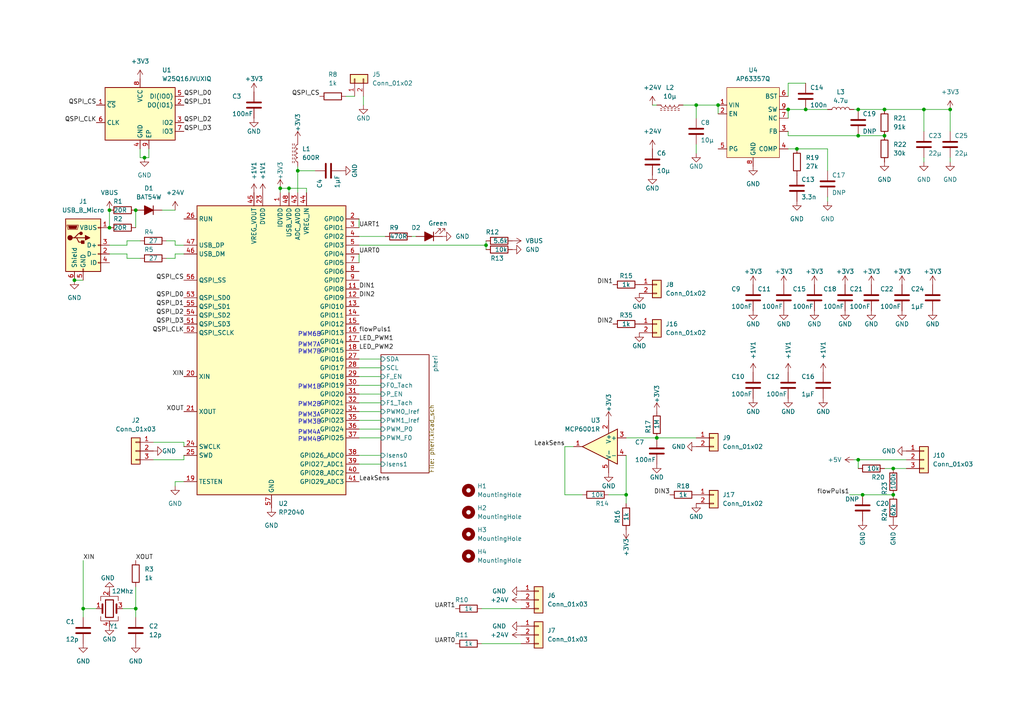
<source format=kicad_sch>
(kicad_sch (version 20211123) (generator eeschema)
  (paper "A4")
  (lib_symbols
    (symbol "Amplifier_Operational:MCP6001R" (pin_names (offset 0.127))
      (property "Reference" "U" (at 0 5.08 0))
      (property "Value" "MCP6001R" (at 0 -5.08 0))
      (symbol "MCP6001R_0_1"
        (pin power_in line (at -2.54 7.62 270) (length 3.81) (name "V+") (number "2"))
        (pin power_in line (at -2.54 -7.62 90) (length 3.81) (name "V-") (number "5"))
      )
      (symbol "MCP6001R_1_1"
        (pin output line (at 7.62 0 180) (length 2.54) (name "~") (number "1"))
        (pin input line (at -7.62 2.54 0) (length 2.54) (name "+") (number "3"))
        (pin input line (at -7.62 -2.54 0) (length 2.54) (name "-") (number "4"))
      )
    )
    (symbol "Bergi:AP63357Q"
      (property "Reference" "U" (at -6.35 11.43 0))
      (property "Value" "AP63357Q" (at -2.54 8.89 0))
      (symbol "AP63357Q_1_1"
        (pin unspecified line (at -10.16 2.54 0) (length 2.54) (name "VIN") (number "1"))
        (pin unspecified line (at -10.16 0 0) (length 2.54) (name "EN") (number "2"))
        (pin unspecified line (at 10.16 -5.08 180) (length 2.54) (name "FB") (number "3"))
        (pin unspecified line (at 10.16 -10.16 180) (length 2.54) (name "COMP") (number "4"))
        (pin unspecified line (at -10.16 -10.16 0) (length 2.54) (name "PG") (number "5"))
        (pin unspecified line (at 10.16 5.08 180) (length 2.54) (name "BST") (number "6"))
        (pin unspecified line (at 10.16 -1.27 180) (length 2.54) (name "NC") (number "7"))
        (pin unspecified line (at 0 -15.24 90) (length 2.54) (name "GND") (number "8"))
        (pin unspecified line (at 10.16 1.27 180) (length 2.54) (name "SW") (number "9"))
      )
    )
    (symbol "Bergi:W25Q16JVUXIQ"
      (property "Reference" "U" (at -8.89 8.89 0))
      (property "Value" "W25Q16JVUXIQ" (at 7.62 8.89 0))
      (symbol "W25Q16JVUXIQ_1_1"
        (pin input line (at -12.7 2.54 0) (length 2.54) (name "~{CS}") (number "1"))
        (pin bidirectional line (at 12.7 2.54 180) (length 2.54) (name "DO(IO1)") (number "2"))
        (pin bidirectional line (at 12.7 -2.54 180) (length 2.54) (name "IO2") (number "3"))
        (pin power_in line (at 0 -10.16 90) (length 2.54) (name "GND") (number "4"))
        (pin bidirectional line (at 12.7 5.08 180) (length 2.54) (name "DI(IO0)") (number "5"))
        (pin input line (at -12.7 -2.54 0) (length 2.54) (name "CLK") (number "6"))
        (pin bidirectional line (at 12.7 -5.08 180) (length 2.54) (name "IO3") (number "7"))
        (pin power_in line (at 0 10.16 270) (length 2.54) (name "VCC") (number "8"))
        (pin passive line (at 2.54 -10.16 90) (length 2.54) (name "EP") (number "9"))
      )
    )
    (symbol "Connector:USB_B_Micro" (pin_names (offset 1.016))
      (property "Reference" "J" (at -5.08 11.43 0))
      (property "Value" "USB_B_Micro" (at -5.08 8.89 0))
      (symbol "USB_B_Micro_1_1"
        (pin power_out line (at 7.62 5.08 180) (length 2.54) (name "VBUS") (number "1"))
        (pin bidirectional line (at 7.62 -2.54 180) (length 2.54) (name "D-") (number "2"))
        (pin bidirectional line (at 7.62 0 180) (length 2.54) (name "D+") (number "3"))
        (pin passive line (at 7.62 -5.08 180) (length 2.54) (name "ID") (number "4"))
        (pin power_out line (at 0 -10.16 90) (length 2.54) (name "GND") (number "5"))
        (pin passive line (at -2.54 -10.16 90) (length 2.54) (name "Shield") (number "6"))
      )
    )
    (symbol "Connector_Generic:Conn_01x02" (pin_names (offset 1.016) hide)
      (property "Reference" "J" (at 0 2.54 0))
      (property "Value" "Conn_01x02" (at 0 -5.08 0))
      (symbol "Conn_01x02_1_1"
        (pin passive line (at -5.08 0 0) (length 3.81) (name "Pin_1") (number "1"))
        (pin passive line (at -5.08 -2.54 0) (length 3.81) (name "Pin_2") (number "2"))
      )
    )
    (symbol "Connector_Generic:Conn_01x03" (pin_names (offset 1.016) hide)
      (property "Reference" "J" (at 0 5.08 0))
      (property "Value" "Conn_01x03" (at 0 -5.08 0))
      (symbol "Conn_01x03_1_1"
        (pin passive line (at -5.08 2.54 0) (length 3.81) (name "Pin_1") (number "1"))
        (pin passive line (at -5.08 0 0) (length 3.81) (name "Pin_2") (number "2"))
        (pin passive line (at -5.08 -2.54 0) (length 3.81) (name "Pin_3") (number "3"))
      )
    )
    (symbol "Device:C" (pin_numbers hide) (pin_names (offset 0.254))
      (property "Reference" "C" (at 0.635 2.54 0))
      (property "Value" "C" (at 0.635 -2.54 0))
      (symbol "C_1_1"
        (pin passive line (at 0 3.81 270) (length 2.794) (name "~") (number "1"))
        (pin passive line (at 0 -3.81 90) (length 2.794) (name "~") (number "2"))
      )
    )
    (symbol "Device:Crystal_GND24" (pin_names (offset 1.016) hide)
      (property "Reference" "Y" (at 3.175 5.08 0))
      (property "Value" "Crystal_GND24" (at 3.175 3.175 0))
      (symbol "Crystal_GND24_1_1"
        (pin passive line (at -3.81 0 0) (length 1.27) (name "1") (number "1"))
        (pin passive line (at 0 5.08 270) (length 1.27) (name "2") (number "2"))
        (pin passive line (at 3.81 0 180) (length 1.27) (name "3") (number "3"))
        (pin passive line (at 0 -5.08 90) (length 1.27) (name "4") (number "4"))
      )
    )
    (symbol "Device:D_Filled" (pin_numbers hide) (pin_names (offset 1.016) hide)
      (property "Reference" "D" (at 0 2.54 0))
      (property "Value" "D_Filled" (at 0 -2.54 0))
      (symbol "D_Filled_1_1"
        (pin passive line (at -3.81 0 0) (length 2.54) (name "K") (number "1"))
        (pin passive line (at 3.81 0 180) (length 2.54) (name "A") (number "2"))
      )
    )
    (symbol "Device:L" (pin_numbers hide) (pin_names (offset 1.016) hide)
      (property "Reference" "L" (at -1.27 0 90))
      (property "Value" "L" (at 1.905 0 90))
      (symbol "L_1_1"
        (pin passive line (at 0 3.81 270) (length 1.27) (name "1") (number "1"))
        (pin passive line (at 0 -3.81 90) (length 1.27) (name "2") (number "2"))
      )
    )
    (symbol "Device:LED_Filled" (pin_numbers hide) (pin_names (offset 1.016) hide)
      (property "Reference" "D" (at 0 2.54 0))
      (property "Value" "LED_Filled" (at 0 -2.54 0))
      (symbol "LED_Filled_1_1"
        (pin passive line (at -3.81 0 0) (length 2.54) (name "K") (number "1"))
        (pin passive line (at 3.81 0 180) (length 2.54) (name "A") (number "2"))
      )
    )
    (symbol "Device:L_Ferrite" (pin_numbers hide) (pin_names (offset 1.016) hide)
      (property "Reference" "L" (at -1.27 0 90))
      (property "Value" "L_Ferrite" (at 2.794 0 90))
      (symbol "L_Ferrite_1_1"
        (pin passive line (at 0 3.81 270) (length 1.27) (name "1") (number "1"))
        (pin passive line (at 0 -3.81 90) (length 1.27) (name "2") (number "2"))
      )
    )
    (symbol "Device:R" (pin_numbers hide) (pin_names (offset 0))
      (property "Reference" "R" (at 2.032 0 90))
      (property "Value" "R" (at 0 0 90))
      (symbol "R_1_1"
        (pin passive line (at 0 3.81 270) (length 1.27) (name "~") (number "1"))
        (pin passive line (at 0 -3.81 90) (length 1.27) (name "~") (number "2"))
      )
    )
    (symbol "MCU_RaspberryPi:RP2040"
      (property "Reference" "U" (at 17.78 45.72 0))
      (property "Value" "RP2040" (at 17.78 43.18 0))
      (symbol "RP2040_1_1"
        (pin power_in line (at 2.54 45.72 270) (length 3.81) (name "IOVDD") (number "1"))
        (pin passive line (at 2.54 45.72 270) (length 3.81) hide (name "IOVDD") (number "10"))
        (pin bidirectional line (at 25.4 17.78 180) (length 3.81) (name "GPIO8") (number "11"))
        (pin bidirectional line (at 25.4 15.24 180) (length 3.81) (name "GPIO9") (number "12"))
        (pin bidirectional line (at 25.4 12.7 180) (length 3.81) (name "GPIO10") (number "13"))
        (pin bidirectional line (at 25.4 10.16 180) (length 3.81) (name "GPIO11") (number "14"))
        (pin bidirectional line (at 25.4 7.62 180) (length 3.81) (name "GPIO12") (number "15"))
        (pin bidirectional line (at 25.4 5.08 180) (length 3.81) (name "GPIO13") (number "16"))
        (pin bidirectional line (at 25.4 2.54 180) (length 3.81) (name "GPIO14") (number "17"))
        (pin bidirectional line (at 25.4 0 180) (length 3.81) (name "GPIO15") (number "18"))
        (pin input line (at -25.4 -38.1 0) (length 3.81) (name "TESTEN") (number "19"))
        (pin bidirectional line (at 25.4 38.1 180) (length 3.81) (name "GPIO0") (number "2"))
        (pin input line (at -25.4 -7.62 0) (length 3.81) (name "XIN") (number "20"))
        (pin passive line (at -25.4 -17.78 0) (length 3.81) (name "XOUT") (number "21"))
        (pin passive line (at 2.54 45.72 270) (length 3.81) hide (name "IOVDD") (number "22"))
        (pin power_in line (at -2.54 45.72 270) (length 3.81) (name "DVDD") (number "23"))
        (pin output line (at -25.4 -27.94 0) (length 3.81) (name "SWCLK") (number "24"))
        (pin bidirectional line (at -25.4 -30.48 0) (length 3.81) (name "SWD") (number "25"))
        (pin input line (at -25.4 38.1 0) (length 3.81) (name "RUN") (number "26"))
        (pin bidirectional line (at 25.4 -2.54 180) (length 3.81) (name "GPIO16") (number "27"))
        (pin bidirectional line (at 25.4 -5.08 180) (length 3.81) (name "GPIO17") (number "28"))
        (pin bidirectional line (at 25.4 -7.62 180) (length 3.81) (name "GPIO18") (number "29"))
        (pin bidirectional line (at 25.4 35.56 180) (length 3.81) (name "GPIO1") (number "3"))
        (pin bidirectional line (at 25.4 -10.16 180) (length 3.81) (name "GPIO19") (number "30"))
        (pin bidirectional line (at 25.4 -12.7 180) (length 3.81) (name "GPIO20") (number "31"))
        (pin bidirectional line (at 25.4 -15.24 180) (length 3.81) (name "GPIO21") (number "32"))
        (pin passive line (at 2.54 45.72 270) (length 3.81) hide (name "IOVDD") (number "33"))
        (pin bidirectional line (at 25.4 -17.78 180) (length 3.81) (name "GPIO22") (number "34"))
        (pin bidirectional line (at 25.4 -20.32 180) (length 3.81) (name "GPIO23") (number "35"))
        (pin bidirectional line (at 25.4 -22.86 180) (length 3.81) (name "GPIO24") (number "36"))
        (pin bidirectional line (at 25.4 -25.4 180) (length 3.81) (name "GPIO25") (number "37"))
        (pin bidirectional line (at 25.4 -30.48 180) (length 3.81) (name "GPIO26_ADC0") (number "38"))
        (pin bidirectional line (at 25.4 -33.02 180) (length 3.81) (name "GPIO27_ADC1") (number "39"))
        (pin bidirectional line (at 25.4 33.02 180) (length 3.81) (name "GPIO2") (number "4"))
        (pin bidirectional line (at 25.4 -35.56 180) (length 3.81) (name "GPIO28_ADC2") (number "40"))
        (pin bidirectional line (at 25.4 -38.1 180) (length 3.81) (name "GPIO29_ADC3") (number "41"))
        (pin passive line (at 2.54 45.72 270) (length 3.81) hide (name "IOVDD") (number "42"))
        (pin power_in line (at 7.62 45.72 270) (length 3.81) (name "ADC_AVDD") (number "43"))
        (pin power_in line (at 10.16 45.72 270) (length 3.81) (name "VREG_IN") (number "44"))
        (pin power_out line (at -5.08 45.72 270) (length 3.81) (name "VREG_VOUT") (number "45"))
        (pin bidirectional line (at -25.4 27.94 0) (length 3.81) (name "USB_DM") (number "46"))
        (pin bidirectional line (at -25.4 30.48 0) (length 3.81) (name "USB_DP") (number "47"))
        (pin power_in line (at 5.08 45.72 270) (length 3.81) (name "USB_VDD") (number "48"))
        (pin passive line (at 2.54 45.72 270) (length 3.81) hide (name "IOVDD") (number "49"))
        (pin bidirectional line (at 25.4 30.48 180) (length 3.81) (name "GPIO3") (number "5"))
        (pin passive line (at -2.54 45.72 270) (length 3.81) hide (name "DVDD") (number "50"))
        (pin bidirectional line (at -25.4 7.62 0) (length 3.81) (name "QSPI_SD3") (number "51"))
        (pin output line (at -25.4 5.08 0) (length 3.81) (name "QSPI_SCLK") (number "52"))
        (pin bidirectional line (at -25.4 15.24 0) (length 3.81) (name "QSPI_SD0") (number "53"))
        (pin bidirectional line (at -25.4 10.16 0) (length 3.81) (name "QSPI_SD2") (number "54"))
        (pin bidirectional line (at -25.4 12.7 0) (length 3.81) (name "QSPI_SD1") (number "55"))
        (pin bidirectional line (at -25.4 20.32 0) (length 3.81) (name "QSPI_SS") (number "56"))
        (pin power_in line (at 0 -45.72 90) (length 3.81) (name "GND") (number "57"))
        (pin bidirectional line (at 25.4 27.94 180) (length 3.81) (name "GPIO4") (number "6"))
        (pin bidirectional line (at 25.4 25.4 180) (length 3.81) (name "GPIO5") (number "7"))
        (pin bidirectional line (at 25.4 22.86 180) (length 3.81) (name "GPIO6") (number "8"))
        (pin bidirectional line (at 25.4 20.32 180) (length 3.81) (name "GPIO7") (number "9"))
      )
    )
    (symbol "Mechanical:MountingHole" (pin_names (offset 1.016))
      (property "Reference" "H" (at 0 5.08 0))
      (property "Value" "MountingHole" (at 0 3.175 0))
    )
    (symbol "power:+1V1" (power) (pin_names (offset 0))
      (property "Value" "+1V1" (at 0 3.556 0))
      (symbol "+1V1_1_1"
        (pin power_in line (at 0 0 90) (length 0) hide (name "+1V1") (number "1"))
      )
    )
    (symbol "power:+24V" (power) (pin_names (offset 0))
      (property "Value" "+24V" (at 0 3.556 0))
      (symbol "+24V_1_1"
        (pin power_in line (at 0 0 90) (length 0) hide (name "+24V") (number "1"))
      )
    )
    (symbol "power:+3V3" (power) (pin_names (offset 0))
      (property "Value" "+3V3" (at 0 3.556 0))
      (symbol "+3V3_1_1"
        (pin power_in line (at 0 0 90) (length 0) hide (name "+3V3") (number "1"))
      )
    )
    (symbol "power:+5V" (power) (pin_names (offset 0))
      (property "Value" "+5V" (at 0 3.556 0))
      (symbol "+5V_1_1"
        (pin power_in line (at 0 0 90) (length 0) hide (name "+5V") (number "1"))
      )
    )
    (symbol "power:GND" (power) (pin_names (offset 0))
      (property "Value" "GND" (at 0 -3.81 0))
      (symbol "GND_1_1"
        (pin power_in line (at 0 0 270) (length 0) hide (name "GND") (number "1"))
      )
    )
    (symbol "power:VBUS" (power) (pin_names (offset 0))
      (property "Value" "VBUS" (at 0 3.81 0))
      (symbol "VBUS_1_1"
        (pin power_in line (at 0 0 90) (length 0) hide (name "VBUS") (number "1"))
      )
    )
  )
  (junction (at 275.59 31.75))
  (junction (at 181.61 143.51))
  (junction (at 201.93 30.48))
  (junction (at 248.92 133.35))
  (junction (at 39.37 60.96))
  (junction (at 31.75 66.04))
  (junction (at 21.59 81.28))
  (junction (at 256.54 31.75))
  (junction (at 86.36 49.53))
  (junction (at 259.08 135.89))
  (junction (at 259.08 143.51))
  (junction (at 41.91 45.72))
  (junction (at 81.28 54.61))
  (junction (at 140.97 71.12))
  (junction (at 228.6 31.75))
  (junction (at 83.82 54.61))
  (junction (at 24.13 176.53))
  (junction (at 231.14 43.18))
  (junction (at 39.37 176.53))
  (junction (at 267.97 31.75))
  (junction (at 233.68 31.75))
  (junction (at 248.92 31.75))
  (junction (at 256.54 39.37))
  (junction (at 190.5 127))
  (junction (at 31.75 60.96))
  (junction (at 250.19 143.51))
  (junction (at 208.28 30.48))
  (junction (at 248.92 39.37))
  (wire (pts (xy 104.14 73.66) (xy 104.14 76.2)))
  (wire (pts (xy 81.28 54.61) (xy 83.82 54.61)))
  (wire (pts (xy 40.64 43.18) (xy 40.64 45.72)))
  (wire (pts (xy 275.59 46.99) (xy 275.59 45.72)))
  (wire (pts (xy 104.14 109.22) (xy 110.49 109.22)))
  (wire (pts (xy 83.82 54.61) (xy 88.9 54.61)))
  (wire (pts (xy 198.12 30.48) (xy 201.93 30.48)))
  (wire (pts (xy 248.92 31.75) (xy 256.54 31.75)))
  (wire (pts (xy 104.14 134.62) (xy 110.49 134.62)))
  (wire (pts (xy 24.13 162.56) (xy 24.13 176.53)))
  (wire (pts (xy 50.8 69.85) (xy 48.26 69.85)))
  (wire (pts (xy 104.14 71.12) (xy 140.97 71.12)))
  (wire (pts (xy 248.92 133.35) (xy 248.92 135.89)))
  (wire (pts (xy 44.45 133.35) (xy 53.34 133.35)))
  (wire (pts (xy 228.6 34.29) (xy 228.6 31.75)))
  (wire (pts (xy 119.38 68.58) (xy 120.65 68.58)))
  (wire (pts (xy 208.28 30.48) (xy 208.28 33.02)))
  (wire (pts (xy 259.08 135.89) (xy 262.89 135.89)))
  (wire (pts (xy 181.61 127) (xy 190.5 127)))
  (wire (pts (xy 50.8 73.66) (xy 53.34 73.66)))
  (wire (pts (xy 104.14 114.3) (xy 110.49 114.3)))
  (wire (pts (xy 163.83 129.54) (xy 166.37 129.54)))
  (wire (pts (xy 140.97 71.12) (xy 140.97 72.39)))
  (wire (pts (xy 53.34 71.12) (xy 50.8 71.12)))
  (wire (pts (xy 100.33 27.94) (xy 102.87 27.94)))
  (wire (pts (xy 104.14 104.14) (xy 110.49 104.14)))
  (wire (pts (xy 104.14 121.92) (xy 110.49 121.92)))
  (wire (pts (xy 104.14 63.5) (xy 104.14 66.04)))
  (wire (pts (xy 43.18 45.72) (xy 43.18 43.18)))
  (wire (pts (xy 246.38 143.51) (xy 250.19 143.51)))
  (wire (pts (xy 231.14 43.18) (xy 228.6 43.18)))
  (wire (pts (xy 50.8 71.12) (xy 50.8 69.85)))
  (wire (pts (xy 36.83 69.85) (xy 36.83 71.12)))
  (wire (pts (xy 104.14 68.58) (xy 111.76 68.58)))
  (wire (pts (xy 50.8 139.7) (xy 53.34 139.7)))
  (wire (pts (xy 181.61 143.51) (xy 181.61 146.05)))
  (wire (pts (xy 104.14 132.08) (xy 110.49 132.08)))
  (wire (pts (xy 105.41 27.94) (xy 105.41 30.48)))
  (wire (pts (xy 163.83 143.51) (xy 163.83 129.54)))
  (wire (pts (xy 176.53 143.51) (xy 181.61 143.51)))
  (wire (pts (xy 201.93 34.29) (xy 201.93 30.48)))
  (wire (pts (xy 267.97 46.99) (xy 267.97 45.72)))
  (wire (pts (xy 189.23 30.48) (xy 190.5 30.48)))
  (wire (pts (xy 201.93 30.48) (xy 208.28 30.48)))
  (wire (pts (xy 140.97 69.85) (xy 140.97 71.12)))
  (wire (pts (xy 168.91 143.51) (xy 163.83 143.51)))
  (wire (pts (xy 240.03 49.53) (xy 240.03 43.18)))
  (wire (pts (xy 228.6 27.94) (xy 228.6 24.13)))
  (wire (pts (xy 53.34 128.27) (xy 44.45 128.27)))
  (wire (pts (xy 104.14 124.46) (xy 110.49 124.46)))
  (wire (pts (xy 39.37 176.53) (xy 39.37 179.07)))
  (wire (pts (xy 233.68 31.75) (xy 240.03 31.75)))
  (wire (pts (xy 81.28 54.61) (xy 81.28 55.88)))
  (wire (pts (xy 31.75 73.66) (xy 36.83 73.66)))
  (wire (pts (xy 35.56 176.53) (xy 39.37 176.53)))
  (wire (pts (xy 83.82 54.61) (xy 83.82 55.88)))
  (wire (pts (xy 240.03 58.42) (xy 240.03 57.15)))
  (wire (pts (xy 21.59 81.28) (xy 24.13 81.28)))
  (wire (pts (xy 248.92 133.35) (xy 262.89 133.35)))
  (wire (pts (xy 275.59 38.1) (xy 275.59 31.75)))
  (wire (pts (xy 139.7 186.69) (xy 151.13 186.69)))
  (wire (pts (xy 31.75 66.04) (xy 31.75 60.96)))
  (wire (pts (xy 190.5 127) (xy 201.93 127)))
  (wire (pts (xy 24.13 176.53) (xy 27.94 176.53)))
  (wire (pts (xy 104.14 106.68) (xy 110.49 106.68)))
  (wire (pts (xy 88.9 54.61) (xy 88.9 55.88)))
  (wire (pts (xy 267.97 31.75) (xy 267.97 38.1)))
  (wire (pts (xy 228.6 39.37) (xy 248.92 39.37)))
  (wire (pts (xy 104.14 127) (xy 110.49 127)))
  (wire (pts (xy 40.64 45.72) (xy 41.91 45.72)))
  (wire (pts (xy 24.13 179.07) (xy 24.13 176.53)))
  (wire (pts (xy 248.92 39.37) (xy 256.54 39.37)))
  (wire (pts (xy 256.54 31.75) (xy 267.97 31.75)))
  (wire (pts (xy 247.65 31.75) (xy 248.92 31.75)))
  (wire (pts (xy 256.54 135.89) (xy 259.08 135.89)))
  (wire (pts (xy 104.14 119.38) (xy 110.49 119.38)))
  (wire (pts (xy 40.64 69.85) (xy 36.83 69.85)))
  (wire (pts (xy 53.34 133.35) (xy 53.34 132.08)))
  (wire (pts (xy 48.26 74.93) (xy 50.8 74.93)))
  (wire (pts (xy 247.65 133.35) (xy 248.92 133.35)))
  (wire (pts (xy 250.19 143.51) (xy 259.08 143.51)))
  (wire (pts (xy 86.36 49.53) (xy 86.36 55.88)))
  (wire (pts (xy 53.34 129.54) (xy 53.34 128.27)))
  (wire (pts (xy 201.93 44.45) (xy 201.93 41.91)))
  (wire (pts (xy 104.14 116.84) (xy 110.49 116.84)))
  (wire (pts (xy 39.37 170.18) (xy 39.37 176.53)))
  (wire (pts (xy 50.8 74.93) (xy 50.8 73.66)))
  (wire (pts (xy 41.91 45.72) (xy 43.18 45.72)))
  (wire (pts (xy 36.83 74.93) (xy 40.64 74.93)))
  (wire (pts (xy 139.7 176.53) (xy 151.13 176.53)))
  (wire (pts (xy 86.36 49.53) (xy 91.44 49.53)))
  (wire (pts (xy 36.83 71.12) (xy 31.75 71.12)))
  (wire (pts (xy 39.37 60.96) (xy 39.37 66.04)))
  (wire (pts (xy 50.8 140.97) (xy 50.8 139.7)))
  (wire (pts (xy 36.83 73.66) (xy 36.83 74.93)))
  (wire (pts (xy 86.36 48.26) (xy 86.36 49.53)))
  (wire (pts (xy 228.6 24.13) (xy 233.68 24.13)))
  (wire (pts (xy 275.59 31.75) (xy 267.97 31.75)))
  (wire (pts (xy 228.6 31.75) (xy 233.68 31.75)))
  (wire (pts (xy 104.14 111.76) (xy 110.49 111.76)))
  (wire (pts (xy 228.6 38.1) (xy 228.6 39.37)))
  (wire (pts (xy 46.99 60.96) (xy 50.8 60.96)))
  (wire (pts (xy 181.61 132.08) (xy 181.61 143.51)))
  (wire (pts (xy 240.03 43.18) (xy 231.14 43.18)))
  (text "PWM2B" (at 86.36 118.11 0) (effects (font (size 1.27 1.27)) (justify left bottom)))
  (text "PWM3A\nPWM3B" (at 86.36 123.19 0) (effects (font (size 1.27 1.27)) (justify left bottom)))
  (text "PWM6B" (at 86.36 97.79 0) (effects (font (size 1.27 1.27)) (justify left bottom)))
  (text "PWM7A\nPWM7B" (at 86.36 102.87 0) (effects (font (size 1.27 1.27)) (justify left bottom)))
  (text "PWM1B" (at 86.36 113.03 0) (effects (font (size 1.27 1.27)) (justify left bottom)))
  (text "PWM4A\nPWM4B" (at 86.36 128.27 0) (effects (font (size 1.27 1.27)) (justify left bottom)))
  (label "LeakSens" (at 163.83 129.54 180))
  (label "XIN" (at 24.13 162.56 0))
  (label "QSPI_D1" (at 53.34 88.9 180))
  (label "UART1" (at 104.14 66.04 0))
  (label "DIN1" (at 177.8 82.55 180))
  (label "DIN1" (at 104.14 83.82 0))
  (label "QSPI_CS" (at 92.71 27.94 180))
  (label "QSPI_CS" (at 53.34 81.28 180))
  (label "LED_PWM2" (at 104.14 101.6 0))
  (label "XOUT" (at 39.37 162.56 0))
  (label "UART1" (at 132.08 176.53 180))
  (label "QSPI_CLK" (at 27.94 35.56 180))
  (label "UART0" (at 104.14 73.66 0))
  (label "DIN2" (at 104.14 86.36 0))
  (label "QSPI_D1" (at 53.34 30.48 0))
  (label "QSPI_D0" (at 53.34 27.94 0))
  (label "DIN2" (at 177.8 93.98 180))
  (label "flowPuls1" (at 246.38 143.51 180))
  (label "QSPI_D2" (at 53.34 35.56 0))
  (label "XOUT" (at 53.34 119.38 180))
  (label "UART0" (at 132.08 186.69 180))
  (label "QSPI_D0" (at 53.34 86.36 180))
  (label "flowPuls1" (at 104.14 96.52 0))
  (label "QSPI_D3" (at 53.34 93.98 180))
  (label "QSPI_D2" (at 53.34 91.44 180))
  (label "LED_PWM1" (at 104.14 99.06 0))
  (label "XIN" (at 53.34 109.22 180))
  (label "LeakSens" (at 104.14 139.7 0))
  (label "QSPI_CLK" (at 53.34 96.52 180))
  (label "QSPI_D3" (at 53.34 38.1 0))
  (label "DIN3" (at 194.31 143.51 180))
  (label "QSPI_CS" (at 27.94 30.48 180))
  (symbol (lib_id "Device:R") (at 259.08 139.7 0) (unit 1)
    (property "Reference" "R23" (at 256.54 139.7 90) (effects (justify right)))
    (property "Value" "100k" (at 259.08 137.16 90) (effects (justify right)))
    (property "Footprint" "Resistor_SMD:R_0603_1608Metric" (effects hide))
  )
  (symbol (lib_id "Bergi:W25Q16JVUXIQ") (at 40.64 33.02 0) (unit 1)
    (property "Reference" "U1" (at 46.99 20.32 0) (effects (justify left)))
    (property "Value" "W25Q16JVUXIQ" (at 46.99 22.86 0) (effects (justify left)))
    (property "Footprint" "Bergi:DFN-8-1EP_3x2mm_P0.5mm_EP0.3x1.6mm" (effects hide))
    (property "Datasheet" "http://www.winbond.com/resource-files/w25q32jv%20revg%2003272018%20plus.pdf" (effects hide))
  )
  (symbol (lib_id "Mechanical:MountingHole") (at 135.89 161.29 0) (unit 1)
    (property "Reference" "H4" (at 138.43 160.0199 0) (effects (justify left)))
    (property "Value" "MountingHole" (at 138.43 162.5599 0) (effects (justify left)))
    (property "Footprint" "MountingHole:MountingHole_3.2mm_M3_DIN965" (effects hide))
  )
  (symbol (lib_id "Bergi:AP63357Q") (at 218.44 33.02 0) (unit 1)
    (property "Reference" "U4" (at 218.44 20.32 0))
    (property "Value" "AP63357Q" (at 218.44 22.86 0))
    (property "Footprint" "Bergi:V-DFN3020-13" (effects hide))
  )
  (symbol (lib_id "Device:R") (at 96.52 27.94 90) (unit 1)
    (property "Reference" "R8" (at 96.52 21.59 90))
    (property "Value" "1k" (at 96.52 24.13 90))
    (property "Footprint" "Resistor_SMD:R_0603_1608Metric" (effects hide))
  )
  (symbol (lib_id "power:GND") (at 44.45 130.81 90) (unit 1)
    (property "Reference" "#PWR09" (effects hide))
    (property "Value" "GND" (at 46.99 130.81 90) (effects (justify right)))
  )
  (symbol (lib_id "power:GND") (at 189.23 50.8 0) (unit 1)
    (property "Reference" "#PWR040" (effects hide))
    (property "Value" "GND" (at 189.23 54.61 0))
  )
  (symbol (lib_id "Device:R") (at 231.14 46.99 0) (unit 1)
    (property "Reference" "R19" (at 233.68 45.7199 0) (effects (justify left)))
    (property "Value" "27k" (at 233.68 48.2599 0) (effects (justify left)))
    (property "Footprint" "Resistor_SMD:R_0603_1608Metric" (effects hide))
  )
  (symbol (lib_id "Device:C") (at 228.6 111.76 0) (unit 1)
    (property "Reference" "C12" (at 222.25 109.22 0) (effects (justify left)))
    (property "Value" "100nF" (at 222.25 114.3 0) (effects (justify left)))
    (property "Footprint" "Capacitor_SMD:C_0603_1608Metric" (effects hide))
  )
  (symbol (lib_id "power:GND") (at 128.27 68.58 90) (unit 1)
    (property "Reference" "#PWR027" (effects hide))
    (property "Value" "GND" (at 132.08 68.5799 90) (effects (justify right)))
  )
  (symbol (lib_id "power:VBUS") (at 31.75 60.96 0) (unit 1)
    (property "Reference" "#PWR03" (effects hide))
    (property "Value" "VBUS" (at 31.75 55.88 0))
  )
  (symbol (lib_id "Device:C") (at 275.59 41.91 180) (unit 1)
    (property "Reference" "C25" (at 276.86 39.37 0) (effects (justify right)))
    (property "Value" "22µ" (at 276.86 44.45 0) (effects (justify right)))
    (property "Footprint" "Capacitor_SMD:C_1206_3216Metric" (effects hide))
  )
  (symbol (lib_id "Device:C") (at 248.92 35.56 180) (unit 1)
    (property "Reference" "C19" (at 250.19 33.02 0) (effects (justify right)))
    (property "Value" "DNP" (at 250.19 38.1 0) (effects (justify right)))
    (property "Footprint" "Capacitor_SMD:C_0603_1608Metric" (effects hide))
  )
  (symbol (lib_id "Device:C") (at 218.44 111.76 0) (unit 1)
    (property "Reference" "C10" (at 212.09 109.22 0) (effects (justify left)))
    (property "Value" "100nF" (at 212.09 114.3 0) (effects (justify left)))
    (property "Footprint" "Capacitor_SMD:C_0603_1608Metric" (effects hide))
  )
  (symbol (lib_id "power:GND") (at 176.53 137.16 0) (unit 1)
    (property "Reference" "#PWR035" (effects hide))
    (property "Value" "GND" (at 176.53 140.97 0))
  )
  (symbol (lib_id "Connector_Generic:Conn_01x02") (at 190.5 93.98 0) (unit 1)
    (property "Reference" "J16" (at 193.04 93.9799 0) (effects (justify left)))
    (property "Value" "Conn_01x02" (at 193.04 96.5199 0) (effects (justify left)))
    (property "Footprint" "Connector_JST:JST_EH_B2B-EH-A_1x02_P2.50mm_Vertical" (effects hide))
  )
  (symbol (lib_id "Device:C") (at 252.73 86.36 0) (unit 1)
    (property "Reference" "C21" (at 246.38 83.82 0) (effects (justify left)))
    (property "Value" "100nF" (at 246.38 88.9 0) (effects (justify left)))
    (property "Footprint" "Capacitor_SMD:C_0603_1608Metric" (effects hide))
  )
  (symbol (lib_id "power:+3V3") (at 270.51 82.55 0) (unit 1)
    (property "Reference" "#PWR072" (effects hide))
    (property "Value" "+3V3" (at 270.51 78.74 0))
  )
  (symbol (lib_id "Device:R") (at 135.89 186.69 270) (unit 1)
    (property "Reference" "R11" (at 135.89 184.15 90) (effects (justify right)))
    (property "Value" "1k" (at 137.16 186.69 90) (effects (justify right)))
    (property "Footprint" "Resistor_SMD:R_0603_1608Metric" (effects hide))
  )
  (symbol (lib_id "Device:C") (at 190.5 130.81 0) (unit 1)
    (property "Reference" "C7" (at 184.15 128.27 0) (effects (justify left)))
    (property "Value" "100nF" (at 184.15 133.35 0) (effects (justify left)))
    (property "Footprint" "Capacitor_SMD:C_0603_1608Metric" (effects hide))
  )
  (symbol (lib_id "power:GND") (at 259.08 151.13 0) (unit 1)
    (property "Reference" "#PWR067" (effects hide))
    (property "Value" "GND" (at 259.08 156.21 90))
  )
  (symbol (lib_id "power:+24V") (at 50.8 60.96 0) (unit 1)
    (property "Reference" "#PWR010" (effects hide))
    (property "Value" "+24V" (at 50.8 55.88 0))
  )
  (symbol (lib_id "Device:C") (at 201.93 38.1 180) (unit 1)
    (property "Reference" "C8" (at 203.2 35.56 0) (effects (justify right)))
    (property "Value" "10µ" (at 203.2 40.64 0) (effects (justify right)))
    (property "Footprint" "Capacitor_SMD:C_1210_3225Metric" (effects hide))
  )
  (symbol (lib_id "Device:R") (at 198.12 143.51 90) (unit 1)
    (property "Reference" "R18" (at 198.12 140.97 90))
    (property "Value" "1k" (at 198.12 143.51 90))
    (property "Footprint" "Resistor_SMD:R_0603_1608Metric" (effects hide))
  )
  (symbol (lib_id "power:GND") (at 227.33 90.17 0) (unit 1)
    (property "Reference" "#PWR051" (effects hide))
    (property "Value" "GND" (at 227.33 93.98 0))
  )
  (symbol (lib_id "power:+3V3") (at 218.44 82.55 0) (unit 1)
    (property "Reference" "#PWR046" (effects hide))
    (property "Value" "+3V3" (at 218.44 78.74 0))
  )
  (symbol (lib_id "Device:C") (at 236.22 86.36 0) (unit 1)
    (property "Reference" "C15" (at 229.87 83.82 0) (effects (justify left)))
    (property "Value" "100nF" (at 229.87 88.9 0) (effects (justify left)))
    (property "Footprint" "Capacitor_SMD:C_0603_1608Metric" (effects hide))
  )
  (symbol (lib_id "Device:R") (at 181.61 149.86 180) (unit 1)
    (property "Reference" "R16" (at 179.07 149.86 90))
    (property "Value" "1k" (at 181.61 149.86 90))
    (property "Footprint" "Resistor_SMD:R_0603_1608Metric" (effects hide))
  )
  (symbol (lib_id "Device:C") (at 261.62 86.36 0) (unit 1)
    (property "Reference" "C22" (at 255.27 83.82 0) (effects (justify left)))
    (property "Value" "100nF" (at 255.27 88.9 0) (effects (justify left)))
    (property "Footprint" "Capacitor_SMD:C_0603_1608Metric" (effects hide))
  )
  (symbol (lib_id "Device:C") (at 218.44 86.36 0) (unit 1)
    (property "Reference" "C9" (at 212.09 83.82 0) (effects (justify left)))
    (property "Value" "100nF" (at 212.09 88.9 0) (effects (justify left)))
    (property "Footprint" "Capacitor_SMD:C_0603_1608Metric" (effects hide))
  )
  (symbol (lib_id "Device:C") (at 238.76 111.76 0) (unit 1)
    (property "Reference" "C16" (at 232.41 109.22 0) (effects (justify left)))
    (property "Value" "1µF" (at 232.41 114.3 0) (effects (justify left)))
    (property "Footprint" "Capacitor_SMD:C_0603_1608Metric" (effects hide))
  )
  (symbol (lib_id "Device:R") (at 256.54 43.18 0) (unit 1)
    (property "Reference" "R22" (at 259.08 41.9099 0) (effects (justify left)))
    (property "Value" "30k" (at 259.08 44.4499 0) (effects (justify left)))
    (property "Footprint" "Resistor_SMD:R_0603_1608Metric" (effects hide))
  )
  (symbol (lib_id "power:GND") (at 218.44 48.26 0) (unit 1)
    (property "Reference" "#PWR045" (effects hide))
    (property "Value" "GND" (at 218.44 53.34 0))
  )
  (symbol (lib_id "power:+3V3") (at 73.66 26.67 0) (unit 1)
    (property "Reference" "#PWR012" (effects hide))
    (property "Value" "+3V3" (at 73.66 22.86 0))
  )
  (symbol (lib_id "power:GND") (at 236.22 90.17 0) (unit 1)
    (property "Reference" "#PWR056" (effects hide))
    (property "Value" "GND" (at 236.22 93.98 0))
  )
  (symbol (lib_id "power:GND") (at 218.44 90.17 0) (unit 1)
    (property "Reference" "#PWR047" (effects hide))
    (property "Value" "GND" (at 218.44 93.98 0))
  )
  (symbol (lib_id "Device:R") (at 44.45 74.93 90) (unit 1)
    (property "Reference" "R5" (at 43.18 72.39 90))
    (property "Value" "27" (at 44.45 74.93 90))
    (property "Footprint" "Resistor_SMD:R_0603_1608Metric" (effects hide))
  )
  (symbol (lib_id "power:+3V3") (at 236.22 82.55 0) (unit 1)
    (property "Reference" "#PWR055" (effects hide))
    (property "Value" "+3V3" (at 236.22 78.74 0))
  )
  (symbol (lib_id "power:GND") (at 231.14 58.42 0) (unit 1)
    (property "Reference" "#PWR054" (effects hide))
    (property "Value" "GND" (at 231.14 63.5 0))
  )
  (symbol (lib_id "Device:R") (at 39.37 166.37 0) (unit 1)
    (property "Reference" "R3" (at 41.91 165.0999 0) (effects (justify left)))
    (property "Value" "1k" (at 41.91 167.6399 0) (effects (justify left)))
    (property "Footprint" "Resistor_SMD:R_0603_1608Metric" (effects hide))
  )
  (symbol (lib_id "Device:R") (at 252.73 135.89 90) (unit 1)
    (property "Reference" "R20" (at 252.73 138.43 90) (effects (justify right)))
    (property "Value" "10k" (at 251.46 135.89 90) (effects (justify right)))
    (property "Footprint" "Resistor_SMD:R_0603_1608Metric" (effects hide))
  )
  (symbol (lib_id "power:+3V3") (at 227.33 82.55 0) (unit 1)
    (property "Reference" "#PWR050" (effects hide))
    (property "Value" "+3V3" (at 227.33 78.74 0))
  )
  (symbol (lib_id "Connector_Generic:Conn_01x03") (at 156.21 184.15 0) (unit 1)
    (property "Reference" "J7" (at 158.75 182.8799 0) (effects (justify left)))
    (property "Value" "Conn_01x03" (at 158.75 185.4199 0) (effects (justify left)))
    (property "Footprint" "Connector_Molex:Molex_KK-254_AE-6410-03A_1x03_P2.54mm_Vertical" (effects hide))
  )
  (symbol (lib_id "power:+3V3") (at 81.28 54.61 0) (unit 1)
    (property "Reference" "#PWR017" (effects hide))
    (property "Value" "+3V3" (at 81.28 49.53 90))
  )
  (symbol (lib_id "Device:L_Ferrite") (at 194.31 30.48 270) (unit 1)
    (property "Reference" "L2" (at 194.31 25.4 90))
    (property "Value" "10µ" (at 194.31 27.94 90))
    (property "Footprint" "Inductor_SMD:L_0805_2012Metric" (effects hide))
  )
  (symbol (lib_id "Connector_Generic:Conn_01x03") (at 156.21 173.99 0) (unit 1)
    (property "Reference" "J6" (at 158.75 172.7199 0) (effects (justify left)))
    (property "Value" "Conn_01x03" (at 158.75 175.2599 0) (effects (justify left)))
    (property "Footprint" "Connector_Molex:Molex_KK-254_AE-6410-03A_1x03_P2.54mm_Vertical" (effects hide))
  )
  (symbol (lib_id "power:GND") (at 201.93 146.05 0) (unit 1)
    (property "Reference" "#PWR0101" (effects hide))
    (property "Value" "GND" (at 201.93 149.86 0))
  )
  (symbol (lib_id "power:GND") (at 31.75 181.61 0) (unit 1)
    (property "Reference" "#PWR05" (effects hide))
    (property "Value" "GND" (at 31.75 185.42 0))
  )
  (symbol (lib_id "Connector:USB_B_Micro") (at 24.13 71.12 0) (unit 1)
    (property "Reference" "J1" (at 24.13 58.42 0))
    (property "Value" "USB_B_Micro" (at 24.13 60.96 0))
    (property "Footprint" "Connector_USB:USB_Micro-B_GCT_USB3076-30-A" (effects hide))
    (property "HTN" "USB3076-30, USB3075-30" (effects hide))
  )
  (symbol (lib_id "power:GND") (at 73.66 34.29 0) (unit 1)
    (property "Reference" "#PWR013" (effects hide))
    (property "Value" "GND" (at 73.66 38.1 0))
  )
  (symbol (lib_id "power:+1V1") (at 218.44 107.95 0) (unit 1)
    (property "Reference" "#PWR048" (effects hide))
    (property "Value" "+1V1" (at 218.44 101.6 90))
  )
  (symbol (lib_id "Device:R") (at 44.45 69.85 90) (unit 1)
    (property "Reference" "R4" (at 43.18 67.31 90))
    (property "Value" "27" (at 44.45 69.85 90))
    (property "Footprint" "Resistor_SMD:R_0603_1608Metric" (effects hide))
  )
  (symbol (lib_id "power:GND") (at 275.59 46.99 0) (unit 1)
    (property "Reference" "#PWR075" (effects hide))
    (property "Value" "GND" (at 275.59 52.07 0))
  )
  (symbol (lib_id "power:GND") (at 270.51 90.17 0) (unit 1)
    (property "Reference" "#PWR073" (effects hide))
    (property "Value" "GND" (at 270.51 93.98 0))
  )
  (symbol (lib_id "power:GND") (at 39.37 186.69 0) (unit 1)
    (property "Reference" "#PWR06" (effects hide))
    (property "Value" "GND" (at 39.37 191.77 0))
  )
  (symbol (lib_id "Device:C") (at 245.11 86.36 0) (unit 1)
    (property "Reference" "C18" (at 238.76 83.82 0) (effects (justify left)))
    (property "Value" "100nF" (at 238.76 88.9 0) (effects (justify left)))
    (property "Footprint" "Capacitor_SMD:C_0603_1608Metric" (effects hide))
  )
  (symbol (lib_id "Device:R") (at 256.54 35.56 0) (unit 1)
    (property "Reference" "R21" (at 259.08 34.2899 0) (effects (justify left)))
    (property "Value" "91k" (at 259.08 36.8299 0) (effects (justify left)))
    (property "Footprint" "Resistor_SMD:R_0603_1608Metric" (effects hide))
  )
  (symbol (lib_id "power:+3V3") (at 176.53 121.92 0) (unit 1)
    (property "Reference" "#PWR034" (effects hide))
    (property "Value" "+3V3" (at 176.53 116.84 90))
  )
  (symbol (lib_id "power:+1V1") (at 73.66 55.88 0) (unit 1)
    (property "Reference" "#PWR014" (effects hide))
    (property "Value" "+1V1" (at 73.66 49.53 90))
  )
  (symbol (lib_id "power:+24V") (at 189.23 30.48 0) (unit 1)
    (property "Reference" "#PWR038" (effects hide))
    (property "Value" "+24V" (at 189.23 25.4 0))
  )
  (symbol (lib_id "power:+1V1") (at 238.76 107.95 0) (unit 1)
    (property "Reference" "#PWR057" (effects hide))
    (property "Value" "+1V1" (at 238.76 101.6 90))
  )
  (symbol (lib_id "Device:C") (at 189.23 46.99 180) (unit 1)
    (property "Reference" "C6" (at 190.5 44.45 0) (effects (justify right)))
    (property "Value" "10µ" (at 190.5 49.53 0) (effects (justify right)))
    (property "Footprint" "Capacitor_SMD:C_1210_3225Metric" (effects hide))
  )
  (symbol (lib_id "power:+24V") (at 151.13 184.15 90) (unit 1)
    (property "Reference" "#PWR033" (effects hide))
    (property "Value" "+24V" (at 142.24 184.15 90) (effects (justify right)))
  )
  (symbol (lib_id "power:GND") (at 250.19 151.13 0) (unit 1)
    (property "Reference" "#PWR063" (effects hide))
    (property "Value" "GND" (at 250.19 156.21 90))
  )
  (symbol (lib_id "Device:R") (at 172.72 143.51 90) (unit 1)
    (property "Reference" "R14" (at 172.72 146.05 90) (effects (justify right)))
    (property "Value" "10k" (at 171.45 143.51 90) (effects (justify right)))
    (property "Footprint" "Resistor_SMD:R_0603_1608Metric" (effects hide))
  )
  (symbol (lib_id "power:+3V3") (at 245.11 82.55 0) (unit 1)
    (property "Reference" "#PWR060" (effects hide))
    (property "Value" "+3V3" (at 245.11 78.74 0))
  )
  (symbol (lib_id "Device:L") (at 243.84 31.75 90) (unit 1)
    (property "Reference" "L3" (at 243.84 26.67 90))
    (property "Value" "4.7u" (at 243.84 29.21 90))
    (property "Footprint" "Inductor_SMD:L_1008_2520Metric" (effects hide))
  )
  (symbol (lib_id "Device:R") (at 35.56 66.04 270) (unit 1)
    (property "Reference" "R2" (at 35.56 63.5 90) (effects (justify right)))
    (property "Value" "20R" (at 36.83 66.04 90) (effects (justify right)))
    (property "Footprint" "Resistor_SMD:R_0603_1608Metric" (effects hide))
  )
  (symbol (lib_id "power:GND") (at 31.75 171.45 180) (unit 1)
    (property "Reference" "#PWR04" (effects hide))
    (property "Value" "GND" (at 29.21 167.64 0) (effects (justify right)))
  )
  (symbol (lib_id "power:+1V1") (at 76.2 55.88 0) (unit 1)
    (property "Reference" "#PWR015" (effects hide))
    (property "Value" "+1V1" (at 76.2 49.53 90))
  )
  (symbol (lib_id "power:+24V") (at 151.13 173.99 90) (unit 1)
    (property "Reference" "#PWR031" (effects hide))
    (property "Value" "+24V" (at 142.24 173.99 90) (effects (justify right)))
  )
  (symbol (lib_id "power:GND") (at 238.76 115.57 0) (unit 1)
    (property "Reference" "#PWR058" (effects hide))
    (property "Value" "GND" (at 238.76 119.38 0))
  )
  (symbol (lib_id "power:GND") (at 151.13 171.45 270) (unit 1)
    (property "Reference" "#PWR030" (effects hide))
    (property "Value" "GND" (at 144.78 171.45 90))
  )
  (symbol (lib_id "power:GND") (at 201.93 44.45 0) (unit 1)
    (property "Reference" "#PWR043" (effects hide))
    (property "Value" "GND" (at 201.93 48.26 0))
  )
  (symbol (lib_id "Device:C") (at 227.33 86.36 0) (unit 1)
    (property "Reference" "C11" (at 219.71 83.82 0) (effects (justify left)))
    (property "Value" "100nF" (at 220.98 88.9 0) (effects (justify left)))
    (property "Footprint" "Capacitor_SMD:C_0603_1608Metric" (effects hide))
  )
  (symbol (lib_id "Device:C") (at 240.03 53.34 180) (unit 1)
    (property "Reference" "C17" (at 241.3 50.8 0) (effects (justify right)))
    (property "Value" "DNP" (at 241.3 55.88 0) (effects (justify right)))
    (property "Footprint" "Capacitor_SMD:C_0603_1608Metric" (effects hide))
  )
  (symbol (lib_id "power:+24V") (at 189.23 43.18 0) (unit 1)
    (property "Reference" "#PWR039" (effects hide))
    (property "Value" "+24V" (at 189.23 38.1 0))
  )
  (symbol (lib_id "Connector_Generic:Conn_01x02") (at 190.5 82.55 0) (unit 1)
    (property "Reference" "J8" (at 193.04 82.5499 0) (effects (justify left)))
    (property "Value" "Conn_01x02" (at 193.04 85.0899 0) (effects (justify left)))
    (property "Footprint" "Connector_JST:JST_EH_B2B-EH-A_1x02_P2.50mm_Vertical" (effects hide))
  )
  (symbol (lib_id "Device:C") (at 267.97 41.91 180) (unit 1)
    (property "Reference" "C23" (at 269.24 39.37 0) (effects (justify right)))
    (property "Value" "22µ" (at 269.24 44.45 0) (effects (justify right)))
    (property "Footprint" "Capacitor_SMD:C_1206_3216Metric" (effects hide))
  )
  (symbol (lib_id "power:GND") (at 185.42 96.52 0) (unit 1)
    (property "Reference" "#PWR099" (effects hide))
    (property "Value" "GND" (at 185.42 100.33 0))
  )
  (symbol (lib_id "Device:R") (at 35.56 60.96 270) (unit 1)
    (property "Reference" "R1" (at 35.56 58.42 90) (effects (justify right)))
    (property "Value" "20R" (at 36.83 60.96 90) (effects (justify right)))
    (property "Footprint" "Resistor_SMD:R_0603_1608Metric" (effects hide))
  )
  (symbol (lib_id "power:GND") (at 262.89 130.81 270) (unit 1)
    (property "Reference" "#PWR070" (effects hide))
    (property "Value" "GND" (at 257.81 130.81 90))
  )
  (symbol (lib_id "Device:LED_Filled") (at 124.46 68.58 180) (unit 1)
    (property "Reference" "D2" (at 120.65 66.04 0))
    (property "Value" "Green" (at 127 64.77 0))
    (property "Footprint" "LED_SMD:LED_0603_1608Metric" (effects hide))
  )
  (symbol (lib_id "Connector_Generic:Conn_01x03") (at 39.37 130.81 0) (mirror y) (unit 1)
    (property "Reference" "J2" (at 39.37 121.92 0))
    (property "Value" "Conn_01x03" (at 39.37 124.46 0))
    (property "Footprint" "Connector_PinHeader_2.54mm:PinHeader_1x03_P2.54mm_Vertical" (effects hide))
  )
  (symbol (lib_id "power:VBUS") (at 148.59 69.85 270) (unit 1)
    (property "Reference" "#PWR028" (effects hide))
    (property "Value" "VBUS" (at 152.4 69.8499 90) (effects (justify left)))
  )
  (symbol (lib_id "power:GND") (at 218.44 115.57 0) (unit 1)
    (property "Reference" "#PWR049" (effects hide))
    (property "Value" "GND" (at 218.44 119.38 0))
  )
  (symbol (lib_id "power:GND") (at 245.11 90.17 0) (unit 1)
    (property "Reference" "#PWR061" (effects hide))
    (property "Value" "GND" (at 245.11 93.98 0))
  )
  (symbol (lib_id "MCU_RaspberryPi:RP2040") (at 78.74 101.6 0) (unit 1)
    (property "Reference" "U2" (at 80.7594 146.05 0) (effects (justify left)))
    (property "Value" "RP2040" (at 80.7594 148.59 0) (effects (justify left)))
    (property "Footprint" "Package_DFN_QFN:QFN-56-1EP_7x7mm_P0.4mm_EP3.2x3.2mm" (effects hide))
    (property "Datasheet" "https://datasheets.raspberrypi.com/rp2040/rp2040-datasheet.pdf" (effects hide))
  )
  (symbol (lib_id "Device:C") (at 233.68 27.94 180) (unit 1)
    (property "Reference" "C14" (at 234.95 25.4 0) (effects (justify right)))
    (property "Value" "100n" (at 234.95 30.48 0) (effects (justify right)))
    (property "Footprint" "Capacitor_SMD:C_0603_1608Metric" (effects hide))
  )
  (symbol (lib_id "Device:C") (at 231.14 54.61 180) (unit 1)
    (property "Reference" "C13" (at 232.41 52.07 0) (effects (justify right)))
    (property "Value" "3.3n" (at 232.41 57.15 0) (effects (justify right)))
    (property "Footprint" "Capacitor_SMD:C_0603_1608Metric" (effects hide))
  )
  (symbol (lib_id "power:GND") (at 240.03 58.42 0) (unit 1)
    (property "Reference" "#PWR059" (effects hide))
    (property "Value" "GND" (at 240.03 63.5 0))
  )
  (symbol (lib_id "power:+3V3") (at 275.59 31.75 0) (unit 1)
    (property "Reference" "#PWR074" (effects hide))
    (property "Value" "+3V3" (at 275.59 26.67 0))
  )
  (symbol (lib_id "Device:R") (at 144.78 72.39 90) (unit 1)
    (property "Reference" "R13" (at 142.24 74.93 90) (effects (justify right)))
    (property "Value" "10k" (at 143.51 72.39 90) (effects (justify right)))
    (property "Footprint" "Resistor_SMD:R_0603_1608Metric" (effects hide))
  )
  (symbol (lib_id "power:GND") (at 50.8 140.97 0) (unit 1)
    (property "Reference" "#PWR011" (effects hide))
    (property "Value" "GND" (at 50.8 146.05 0))
  )
  (symbol (lib_id "Device:Crystal_GND24") (at 31.75 176.53 0) (unit 1)
    (property "Reference" "Y1" (at 33.02 181.61 0))
    (property "Value" "12Mhz" (at 35.56 171.45 0))
    (property "Footprint" "Crystal:Crystal_SMD_2520-4Pin_2.5x2.0mm" (effects hide))
    (property "HTN" "ECS-120-12-36-AGN-TR3" (effects hide))
  )
  (symbol (lib_id "Device:R") (at 190.5 123.19 180) (unit 1)
    (property "Reference" "R17" (at 187.96 125.73 90) (effects (justify right)))
    (property "Value" "1M" (at 190.5 124.46 90) (effects (justify right)))
    (property "Footprint" "Resistor_SMD:R_0603_1608Metric" (effects hide))
  )
  (symbol (lib_id "power:GND") (at 105.41 30.48 0) (unit 1)
    (property "Reference" "#PWR024" (effects hide))
    (property "Value" "GND" (at 105.41 34.29 0))
  )
  (symbol (lib_id "Connector_Generic:Conn_01x02") (at 102.87 22.86 90) (unit 1)
    (property "Reference" "J5" (at 107.95 21.5899 90) (effects (justify right)))
    (property "Value" "Conn_01x02" (at 107.95 24.1299 90) (effects (justify right)))
    (property "Footprint" "Connector_PinSocket_2.54mm:PinSocket_1x02_P2.54mm_Vertical" (effects hide))
  )
  (symbol (lib_id "Device:R") (at 144.78 69.85 270) (unit 1)
    (property "Reference" "R12" (at 144.78 67.31 90) (effects (justify right)))
    (property "Value" "5.6k" (at 147.32 69.85 90) (effects (justify right)))
    (property "Footprint" "Resistor_SMD:R_0603_1608Metric" (effects hide))
  )
  (symbol (lib_id "power:GND") (at 201.93 129.54 270) (unit 1)
    (property "Reference" "#PWR044" (effects hide))
    (property "Value" "GND" (at 196.85 129.54 90))
  )
  (symbol (lib_id "power:GND") (at 267.97 46.99 0) (unit 1)
    (property "Reference" "#PWR071" (effects hide))
    (property "Value" "GND" (at 267.97 52.07 0))
  )
  (symbol (lib_id "Device:C") (at 250.19 147.32 0) (unit 1)
    (property "Reference" "C20" (at 254 146.0499 0) (effects (justify left)))
    (property "Value" "DNP" (at 245.11 144.78 0) (effects (justify left)))
    (property "Footprint" "Capacitor_SMD:C_0603_1608Metric" (effects hide))
  )
  (symbol (lib_id "power:GND") (at 78.74 147.32 0) (unit 1)
    (property "Reference" "#PWR016" (effects hide))
    (property "Value" "GND" (at 78.74 152.4 0))
  )
  (symbol (lib_id "power:GND") (at 41.91 45.72 0) (unit 1)
    (property "Reference" "#PWR08" (effects hide))
    (property "Value" "GND" (at 41.91 50.8 0))
  )
  (symbol (lib_id "power:+5V") (at 247.65 133.35 90) (unit 1)
    (property "Reference" "#PWR062" (effects hide))
    (property "Value" "+5V" (at 240.03 133.35 90) (effects (justify right)))
  )
  (symbol (lib_id "power:+3V3") (at 86.36 40.64 0) (unit 1)
    (property "Reference" "#PWR018" (effects hide))
    (property "Value" "+3V3" (at 86.36 35.56 90))
  )
  (symbol (lib_id "power:GND") (at 261.62 90.17 0) (unit 1)
    (property "Reference" "#PWR069" (effects hide))
    (property "Value" "GND" (at 261.62 93.98 0))
  )
  (symbol (lib_id "power:GND") (at 185.42 85.09 0) (unit 1)
    (property "Reference" "#PWR037" (effects hide))
    (property "Value" "GND" (at 185.42 88.9 0))
  )
  (symbol (lib_id "Device:R") (at 259.08 147.32 0) (unit 1)
    (property "Reference" "R24" (at 256.54 147.32 90) (effects (justify right)))
    (property "Value" "62k" (at 259.08 146.05 90) (effects (justify right)))
    (property "Footprint" "Resistor_SMD:R_0603_1608Metric" (effects hide))
  )
  (symbol (lib_id "Device:C") (at 24.13 182.88 0) (unit 1)
    (property "Reference" "C1" (at 19.05 180.34 0) (effects (justify left)))
    (property "Value" "12p" (at 19.05 185.42 0) (effects (justify left)))
    (property "Footprint" "Capacitor_SMD:C_0603_1608Metric" (effects hide))
  )
  (symbol (lib_id "power:+1V1") (at 228.6 107.95 0) (unit 1)
    (property "Reference" "#PWR052" (effects hide))
    (property "Value" "+1V1" (at 228.6 101.6 90))
  )
  (symbol (lib_id "Device:C") (at 39.37 182.88 0) (unit 1)
    (property "Reference" "C2" (at 43.18 181.6099 0) (effects (justify left)))
    (property "Value" "12p" (at 43.18 184.1499 0) (effects (justify left)))
    (property "Footprint" "Capacitor_SMD:C_0603_1608Metric" (effects hide))
  )
  (symbol (lib_id "Device:R") (at 181.61 82.55 90) (unit 1)
    (property "Reference" "R15" (at 181.61 80.01 90))
    (property "Value" "1k" (at 181.61 82.55 90))
    (property "Footprint" "Resistor_SMD:R_0603_1608Metric" (effects hide))
  )
  (symbol (lib_id "power:+3V3") (at 252.73 82.55 0) (unit 1)
    (property "Reference" "#PWR064" (effects hide))
    (property "Value" "+3V3" (at 252.73 78.74 0))
  )
  (symbol (lib_id "Mechanical:MountingHole") (at 135.89 154.94 0) (unit 1)
    (property "Reference" "H3" (at 138.43 153.6699 0) (effects (justify left)))
    (property "Value" "MountingHole" (at 138.43 156.2099 0) (effects (justify left)))
    (property "Footprint" "MountingHole:MountingHole_3.2mm_M3_DIN965" (effects hide))
  )
  (symbol (lib_id "Device:R") (at 181.61 93.98 90) (unit 1)
    (property "Reference" "R35" (at 181.61 91.44 90))
    (property "Value" "1k" (at 181.61 93.98 90))
    (property "Footprint" "Resistor_SMD:R_0603_1608Metric" (effects hide))
  )
  (symbol (lib_id "power:GND") (at 190.5 134.62 0) (unit 1)
    (property "Reference" "#PWR042" (effects hide))
    (property "Value" "GND" (at 190.5 138.43 0))
  )
  (symbol (lib_id "Connector_Generic:Conn_01x03") (at 267.97 133.35 0) (unit 1)
    (property "Reference" "J10" (at 270.51 132.0799 0) (effects (justify left)))
    (property "Value" "Conn_01x03" (at 270.51 134.6199 0) (effects (justify left)))
    (property "Footprint" "Connector_JST:JST_EH_B3B-EH-A_1x03_P2.50mm_Vertical" (effects hide))
  )
  (symbol (lib_id "Device:C") (at 73.66 30.48 0) (unit 1)
    (property "Reference" "C3" (at 67.31 27.94 0) (effects (justify left)))
    (property "Value" "100nF" (at 67.31 33.02 0) (effects (justify left)))
    (property "Footprint" "Capacitor_SMD:C_0603_1608Metric" (effects hide))
  )
  (symbol (lib_id "power:+3V3") (at 40.64 22.86 0) (unit 1)
    (property "Reference" "#PWR07" (effects hide))
    (property "Value" "+3V3" (at 40.64 17.78 0))
  )
  (symbol (lib_id "Device:D_Filled") (at 43.18 60.96 180) (unit 1)
    (property "Reference" "D1" (at 43.18 54.61 0))
    (property "Value" "BAT54W" (at 43.18 57.15 0))
    (property "Footprint" "Diode_SMD:D_SOD-323" (effects hide))
  )
  (symbol (lib_id "Mechanical:MountingHole") (at 135.89 142.24 0) (unit 1)
    (property "Reference" "H1" (at 138.43 140.9699 0) (effects (justify left)))
    (property "Value" "MountingHole" (at 138.43 143.5099 0) (effects (justify left)))
    (property "Footprint" "MountingHole:MountingHole_3.2mm_M3_DIN965" (effects hide))
  )
  (symbol (lib_id "power:GND") (at 24.13 186.69 0) (unit 1)
    (property "Reference" "#PWR02" (effects hide))
    (property "Value" "GND" (at 24.13 191.77 0))
  )
  (symbol (lib_id "power:GND") (at 21.59 81.28 0) (unit 1)
    (property "Reference" "#PWR01" (effects hide))
    (property "Value" "GND" (at 21.59 86.36 0))
  )
  (symbol (lib_id "Connector_Generic:Conn_01x02") (at 207.01 127 0) (unit 1)
    (property "Reference" "J9" (at 209.55 126.9999 0) (effects (justify left)))
    (property "Value" "Conn_01x02" (at 209.55 129.5399 0) (effects (justify left)))
    (property "Footprint" "Connector_JST:JST_EH_B2B-EH-A_1x02_P2.50mm_Vertical" (effects hide))
  )
  (symbol (lib_id "power:GND") (at 252.73 90.17 0) (unit 1)
    (property "Reference" "#PWR065" (effects hide))
    (property "Value" "GND" (at 252.73 93.98 0))
  )
  (symbol (lib_id "Device:C") (at 270.51 86.36 0) (unit 1)
    (property "Reference" "C24" (at 264.16 83.82 0) (effects (justify left)))
    (property "Value" "1µF" (at 264.16 88.9 0) (effects (justify left)))
    (property "Footprint" "Capacitor_SMD:C_0603_1608Metric" (effects hide))
  )
  (symbol (lib_id "power:+3V3") (at 190.5 119.38 0) (unit 1)
    (property "Reference" "#PWR041" (effects hide))
    (property "Value" "+3V3" (at 190.5 114.3 90))
  )
  (symbol (lib_id "Amplifier_Operational:MCP6001R") (at 173.99 129.54 0) (mirror y) (unit 1)
    (property "Reference" "U3" (at 172.72 121.92 0))
    (property "Value" "MCP6001R" (at 168.91 124.46 0))
    (property "Footprint" "Package_TO_SOT_SMD:SOT-23-5" (effects hide))
    (property "Datasheet" "http://ww1.microchip.com/downloads/en/DeviceDoc/21733j.pdf" (effects hide))
  )
  (symbol (lib_id "power:GND") (at 256.54 46.99 0) (unit 1)
    (property "Reference" "#PWR066" (effects hide))
    (property "Value" "GND" (at 256.54 52.07 0))
  )
  (symbol (lib_id "Device:R") (at 135.89 176.53 270) (unit 1)
    (property "Reference" "R10" (at 135.89 173.99 90) (effects (justify right)))
    (property "Value" "1k" (at 137.16 176.53 90) (effects (justify right)))
    (property "Footprint" "Resistor_SMD:R_0603_1608Metric" (effects hide))
  )
  (symbol (lib_id "power:GND") (at 99.06 49.53 90) (unit 1)
    (property "Reference" "#PWR023" (effects hide))
    (property "Value" "GND" (at 102.87 49.53 0))
  )
  (symbol (lib_id "power:+3V3") (at 261.62 82.55 0) (unit 1)
    (property "Reference" "#PWR068" (effects hide))
    (property "Value" "+3V3" (at 261.62 78.74 0))
  )
  (symbol (lib_id "Device:L_Ferrite") (at 86.36 44.45 180) (unit 1)
    (property "Reference" "L1" (at 87.63 43.1799 0) (effects (justify right)))
    (property "Value" "600R" (at 87.63 45.7199 0) (effects (justify right)))
    (property "Footprint" "Inductor_SMD:L_0603_1608Metric" (effects hide))
  )
  (symbol (lib_id "power:GND") (at 148.59 72.39 90) (unit 1)
    (property "Reference" "#PWR029" (effects hide))
    (property "Value" "GND" (at 152.4 72.3899 90) (effects (justify right)))
  )
  (symbol (lib_id "Device:C") (at 95.25 49.53 90) (unit 1)
    (property "Reference" "C4" (at 92.71 54.61 0) (effects (justify left)))
    (property "Value" "1µF" (at 97.79 54.61 0) (effects (justify left)))
    (property "Footprint" "Capacitor_SMD:C_0603_1608Metric" (effects hide))
  )
  (symbol (lib_id "Connector_Generic:Conn_01x02") (at 207.01 143.51 0) (unit 1)
    (property "Reference" "J17" (at 209.55 143.5099 0) (effects (justify left)))
    (property "Value" "Conn_01x02" (at 209.55 146.0499 0) (effects (justify left)))
    (property "Footprint" "Connector_JST:JST_EH_B2B-EH-A_1x02_P2.50mm_Vertical" (effects hide))
  )
  (symbol (lib_id "power:GND") (at 151.13 181.61 270) (unit 1)
    (property "Reference" "#PWR032" (effects hide))
    (property "Value" "GND" (at 144.78 181.61 90))
  )
  (symbol (lib_id "power:+3V3") (at 181.61 153.67 180) (unit 1)
    (property "Reference" "#PWR036" (effects hide))
    (property "Value" "+3V3" (at 181.61 158.75 90))
  )
  (symbol (lib_id "Mechanical:MountingHole") (at 135.89 148.59 0) (unit 1)
    (property "Reference" "H2" (at 138.43 147.3199 0) (effects (justify left)))
    (property "Value" "MountingHole" (at 138.43 149.8599 0) (effects (justify left)))
    (property "Footprint" "MountingHole:MountingHole_3.2mm_M3_DIN965" (effects hide))
  )
  (symbol (lib_id "Device:R") (at 115.57 68.58 90) (unit 1)
    (property "Reference" "R9" (at 114.3 66.04 90))
    (property "Value" "470R" (at 115.57 68.58 90))
    (property "Footprint" "Resistor_SMD:R_0603_1608Metric" (effects hide))
  )
  (symbol (lib_id "power:GND") (at 228.6 115.57 0) (unit 1)
    (property "Reference" "#PWR053" (effects hide))
    (property "Value" "GND" (at 228.6 119.38 0))
  )
  (sheet (at 110.49 102.87) (size 13.97 34.29) (stroke (width 0.1524))
    (property "Sheet name" "pheri" (at 127 107.95 90) (effects (justify left bottom)))
    (property "Sheet file" "pheri.kicad_sch" (at 124.46 137.16 90) (effects (justify left top)))
    (pin "F_EN" input (at 110.49 109.22 180))
    (pin "PWM_F0" input (at 110.49 127 180))
    (pin "Isens1" input (at 110.49 134.62 180))
    (pin "PWM1_Iref" input (at 110.49 121.92 180))
    (pin "SCL" input (at 110.49 106.68 180))
    (pin "SDA" input (at 110.49 104.14 180))
    (pin "F1_Tach" input (at 110.49 116.84 180))
    (pin "F0_Tach" input (at 110.49 111.76 180))
    (pin "PWM0_Iref" input (at 110.49 119.38 180))
    (pin "Isens0" input (at 110.49 132.08 180))
    (pin "P_EN" input (at 110.49 114.3 180))
    (pin "PWM_P0" input (at 110.49 124.46 180))
  )
)
</source>
